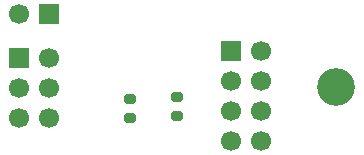
<source format=gbs>
%TF.GenerationSoftware,KiCad,Pcbnew,9.0.5*%
%TF.CreationDate,2025-11-26T16:17:29+01:00*%
%TF.ProjectId,Stacja_pogody_SD,53746163-6a61-45f7-906f-676f64795f53,rev?*%
%TF.SameCoordinates,Original*%
%TF.FileFunction,Soldermask,Bot*%
%TF.FilePolarity,Negative*%
%FSLAX46Y46*%
G04 Gerber Fmt 4.6, Leading zero omitted, Abs format (unit mm)*
G04 Created by KiCad (PCBNEW 9.0.5) date 2025-11-26 16:17:29*
%MOMM*%
%LPD*%
G01*
G04 APERTURE LIST*
G04 Aperture macros list*
%AMRoundRect*
0 Rectangle with rounded corners*
0 $1 Rounding radius*
0 $2 $3 $4 $5 $6 $7 $8 $9 X,Y pos of 4 corners*
0 Add a 4 corners polygon primitive as box body*
4,1,4,$2,$3,$4,$5,$6,$7,$8,$9,$2,$3,0*
0 Add four circle primitives for the rounded corners*
1,1,$1+$1,$2,$3*
1,1,$1+$1,$4,$5*
1,1,$1+$1,$6,$7*
1,1,$1+$1,$8,$9*
0 Add four rect primitives between the rounded corners*
20,1,$1+$1,$2,$3,$4,$5,0*
20,1,$1+$1,$4,$5,$6,$7,0*
20,1,$1+$1,$6,$7,$8,$9,0*
20,1,$1+$1,$8,$9,$2,$3,0*%
G04 Aperture macros list end*
%ADD10R,1.700000X1.700000*%
%ADD11C,1.700000*%
%ADD12C,3.200000*%
%ADD13RoundRect,0.200000X-0.275000X0.200000X-0.275000X-0.200000X0.275000X-0.200000X0.275000X0.200000X0*%
%ADD14C,0.350000*%
G04 APERTURE END LIST*
D10*
%TO.C,J1*%
X119645000Y-37750000D03*
D11*
X117105000Y-37750000D03*
%TD*%
D10*
%TO.C,J2*%
X117115000Y-41500000D03*
D11*
X119655000Y-41500000D03*
X117115000Y-44040000D03*
X119655000Y-44040000D03*
X117115000Y-46580000D03*
X119655000Y-46580000D03*
%TD*%
D12*
%TO.C,H1*%
X144000000Y-44000000D03*
%TD*%
D10*
%TO.C,U1*%
X135100000Y-40940000D03*
D11*
X137640000Y-40940000D03*
X135100000Y-43480000D03*
X137640000Y-43480000D03*
X135100000Y-46020000D03*
X137640000Y-46020000D03*
X135100000Y-48560000D03*
X137640000Y-48560000D03*
%TD*%
D13*
%TO.C,R3*%
X130480000Y-44775000D03*
X130480000Y-46425000D03*
%TD*%
%TO.C,R2*%
X126530000Y-44970000D03*
X126530000Y-46620000D03*
%TD*%
D14*
X119645000Y-37750000D03*
X117105000Y-37750000D03*
X117115000Y-41500000D03*
X119655000Y-41500000D03*
X117115000Y-44040000D03*
X119655000Y-44040000D03*
X117115000Y-46580000D03*
X119655000Y-46580000D03*
X144000000Y-44000000D03*
X135100000Y-40940000D03*
X137640000Y-40940000D03*
X135100000Y-43480000D03*
X137640000Y-43480000D03*
X135100000Y-46020000D03*
X137640000Y-46020000D03*
X135100000Y-48560000D03*
X137640000Y-48560000D03*
M02*

</source>
